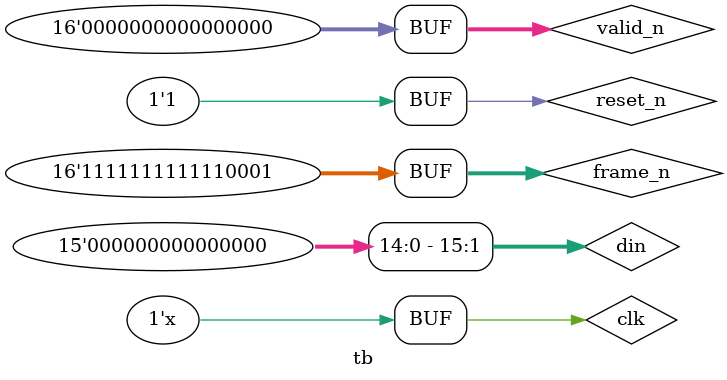
<source format=sv>
`timescale 1ns / 1ps


module tb(

    );
    reg clk;
    reg reset_n;
    reg [15:0]frame_n;
    reg [15:0]valid_n;
    reg [15:0]din;
    wire [3:0] address;
    wire frame_ntemp;
    wire valid_ntemp;
    wire din_temp;
    wire request;
    router DUT(.clk(clk),.reset_n(reset_n),.frame_n(frame_n),.valid_n(valid_n),.din(din));
    decode DUT0(.address(address),.valid_n(valid_ntemp),.frame_n(frame_ntemp),.request(request),.din(din_temp));
    initial begin
        clk=1;
        reset_n=0;
        din=0;
        frame_n=16'hfff0;
        valid_n=0;
        #50 reset_n=1; 
        valid_n=0;
        #300 valid_n=0;
//        #300 valid_n=1;
        #400 frame_n=16'hfff1;
        #30 valid_n=0;
    end
    always #5 begin
        clk=!clk;
    end
    always #10 din=$random;
endmodule

</source>
